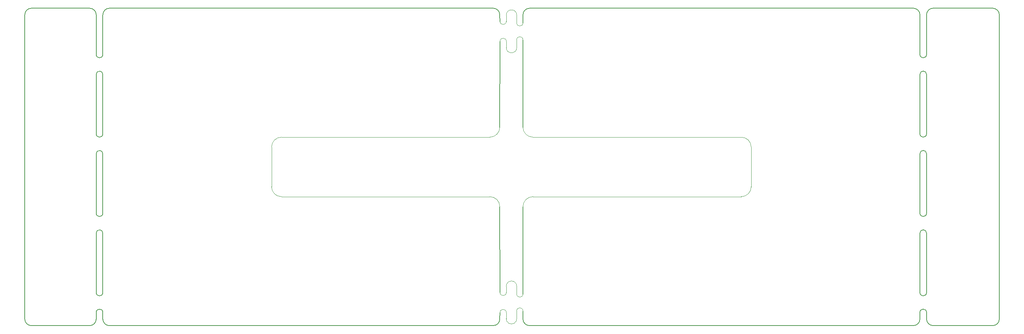
<source format=gbr>
%TF.GenerationSoftware,KiCad,Pcbnew,(7.0.0)*%
%TF.CreationDate,2024-02-09T22:05:54+01:00*%
%TF.ProjectId,graham cracker,67726168-616d-4206-9372-61636b65722e,rev?*%
%TF.SameCoordinates,Original*%
%TF.FileFunction,Profile,NP*%
%FSLAX46Y46*%
G04 Gerber Fmt 4.6, Leading zero omitted, Abs format (unit mm)*
G04 Created by KiCad (PCBNEW (7.0.0)) date 2024-02-09 22:05:54*
%MOMM*%
%LPD*%
G01*
G04 APERTURE LIST*
%TA.AperFunction,Profile*%
%ADD10C,0.200000*%
%TD*%
%TA.AperFunction,Profile*%
%ADD11C,0.100000*%
%TD*%
G04 APERTURE END LIST*
D10*
X238918700Y-25400000D02*
G75*
G03*
X237331250Y-23812500I-1587500J0D01*
G01*
X24141235Y-98424865D02*
G75*
G03*
X25728757Y-100012365I1587365J-135D01*
G01*
D11*
X196056250Y-69056300D02*
G75*
G03*
X198437500Y-66675000I-50J2381300D01*
G01*
D10*
X242093750Y-100012500D02*
X256381250Y-100012500D01*
X238918750Y-92075000D02*
X238918750Y-77787525D01*
X240506250Y-96837500D02*
G75*
G03*
X238918750Y-96837500I-793750J0D01*
G01*
X44450000Y-23812500D02*
G75*
G03*
X42862500Y-25400000I100J-1587600D01*
G01*
X143668750Y-71437500D02*
X143668750Y-92426250D01*
D11*
X198437450Y-57150000D02*
G75*
G03*
X196056250Y-54768750I-2381350J-100D01*
G01*
D10*
X242093750Y-23812550D02*
G75*
G03*
X240506250Y-25400000I50J-1587550D01*
G01*
X138168750Y-31768750D02*
X138112500Y-52387500D01*
D11*
X85725000Y-54768750D02*
G75*
G03*
X83343750Y-57150000I0J-2381250D01*
G01*
X83343750Y-66675000D02*
X83343750Y-57150000D01*
D10*
X145256250Y-23812450D02*
G75*
G03*
X143668750Y-25400000I150J-1587650D01*
G01*
X240506250Y-77787525D02*
X240506250Y-92075000D01*
X25728757Y-23812365D02*
X39687500Y-23812500D01*
X240506250Y-25400000D02*
X240506250Y-34925000D01*
X42862500Y-98425000D02*
X42862500Y-96837500D01*
X39687500Y-100012500D02*
G75*
G03*
X41275000Y-98425000I-100J1587600D01*
G01*
X41275000Y-53975000D02*
G75*
G03*
X42862500Y-53975000I793750J0D01*
G01*
X143668750Y-98425000D02*
X143668750Y-96486250D01*
X240506300Y-98425000D02*
G75*
G03*
X242093750Y-100012500I1587500J0D01*
G01*
X41275000Y-25400000D02*
X41275000Y-34925000D01*
X238918750Y-25400000D02*
X238918750Y-34925000D01*
X41275000Y-92075000D02*
G75*
G03*
X42862500Y-92075000I793750J0D01*
G01*
D11*
X138112450Y-71437500D02*
G75*
G03*
X135731250Y-69056250I-2381250J0D01*
G01*
D10*
X42862500Y-25400000D02*
X42862500Y-34925000D01*
X143668750Y-31398750D02*
X143668750Y-52387500D01*
D11*
X143668750Y-52387500D02*
G75*
G03*
X146050000Y-54768750I2381350J100D01*
G01*
D10*
X238918750Y-98425000D02*
X238918750Y-96837500D01*
X42862500Y-77787525D02*
X42862500Y-92075000D01*
X42862500Y-77787525D02*
G75*
G03*
X41275000Y-77787525I-793750J25D01*
G01*
X25728757Y-100012365D02*
X39687500Y-100012500D01*
X42862500Y-96837500D02*
G75*
G03*
X41275000Y-96837500I-793750J0D01*
G01*
X41275000Y-73025000D02*
X41275000Y-58737525D01*
X138112500Y-25400000D02*
G75*
G03*
X136525000Y-23812500I-1587600J-100D01*
G01*
X145256250Y-100012500D02*
X237331250Y-100012500D01*
X240506250Y-77787525D02*
G75*
G03*
X238918750Y-77787525I-793750J25D01*
G01*
X240506250Y-39687525D02*
X240506250Y-53975000D01*
X42862500Y-58737525D02*
G75*
G03*
X41275000Y-58737525I-793750J25D01*
G01*
D11*
X146050000Y-54768750D02*
X196056250Y-54768750D01*
D10*
X41275000Y-98425000D02*
X41275000Y-96837500D01*
X136525000Y-100012500D02*
G75*
G03*
X138112500Y-98425000I-100J1587600D01*
G01*
X145256250Y-23812500D02*
X237331250Y-23812500D01*
D11*
X198437500Y-57150000D02*
X198437500Y-66675000D01*
D10*
X257968750Y-25400000D02*
X257968750Y-98425000D01*
X138112500Y-98425000D02*
X138168750Y-96856250D01*
X143668750Y-27338750D02*
X143668750Y-25400000D01*
X256381250Y-100012550D02*
G75*
G03*
X257968750Y-98425000I50J1587450D01*
G01*
X44450000Y-23812500D02*
X136525000Y-23812500D01*
D11*
X83343750Y-66675000D02*
G75*
G03*
X85725000Y-69056250I2381450J200D01*
G01*
D10*
X237331250Y-100012450D02*
G75*
G03*
X238918750Y-98425000I-50J1587550D01*
G01*
X238918750Y-53975000D02*
G75*
G03*
X240506250Y-53975000I793750J0D01*
G01*
X242093750Y-23812500D02*
X256381250Y-23812500D01*
X240506250Y-58737525D02*
X240506250Y-73025000D01*
X41275000Y-92075000D02*
X41275000Y-77787525D01*
X138112500Y-71437500D02*
X138168750Y-92056250D01*
X41275000Y-34925000D02*
G75*
G03*
X42862500Y-34925000I793750J0D01*
G01*
D11*
X135731250Y-54768800D02*
G75*
G03*
X138112500Y-52387500I-50J2381300D01*
G01*
D10*
X41275000Y-53975000D02*
X41275000Y-39687525D01*
X240506250Y-39687525D02*
G75*
G03*
X238918750Y-39687525I-793750J25D01*
G01*
X240506250Y-98425000D02*
X240506250Y-96837500D01*
X44450000Y-100012500D02*
X136525000Y-100012500D01*
D11*
X146050000Y-69056250D02*
G75*
G03*
X143668750Y-71437500I0J-2381250D01*
G01*
D10*
X42862500Y-98425000D02*
G75*
G03*
X44450000Y-100012500I1587500J0D01*
G01*
D11*
X196056250Y-69056250D02*
X146050000Y-69056250D01*
D10*
X238918750Y-53975000D02*
X238918750Y-39687525D01*
X238918750Y-34925000D02*
G75*
G03*
X240506250Y-34925000I793750J0D01*
G01*
X41275000Y-25400000D02*
G75*
G03*
X39687500Y-23812500I-1587500J0D01*
G01*
X143668800Y-98425000D02*
G75*
G03*
X145256250Y-100012500I1587500J0D01*
G01*
X24141257Y-25399865D02*
X24141257Y-98424865D01*
X240506250Y-58737525D02*
G75*
G03*
X238918750Y-58737525I-793750J25D01*
G01*
X238918750Y-73025000D02*
G75*
G03*
X240506250Y-73025000I793750J0D01*
G01*
X42862500Y-39687525D02*
G75*
G03*
X41275000Y-39687525I-793750J25D01*
G01*
D11*
X135731250Y-69056250D02*
X85725000Y-69056250D01*
D10*
X41275000Y-73025000D02*
G75*
G03*
X42862500Y-73025000I793750J0D01*
G01*
X257968700Y-25400000D02*
G75*
G03*
X256381250Y-23812500I-1587500J0D01*
G01*
X42862500Y-58737525D02*
X42862500Y-73025000D01*
X238918750Y-92075000D02*
G75*
G03*
X240506250Y-92075000I793750J0D01*
G01*
X138168750Y-26968750D02*
X138112500Y-25400000D01*
D11*
X85725000Y-54768750D02*
X135731250Y-54768750D01*
D10*
X42862500Y-39687525D02*
X42862500Y-53975000D01*
X25728757Y-23812367D02*
G75*
G03*
X24141257Y-25399865I83J-1587583D01*
G01*
X238918750Y-73025000D02*
X238918750Y-58737525D01*
D11*
%TO.C,MB5*%
X139668750Y-90556250D02*
X139668750Y-92056250D01*
X139668750Y-96856250D02*
X139668750Y-98356250D01*
X142168750Y-92426250D02*
X142168750Y-90556250D01*
X142168750Y-98356250D02*
X142168750Y-96486250D01*
X139668750Y-96856250D02*
G75*
G03*
X138168750Y-96856250I-750000J0D01*
G01*
X142168750Y-90556250D02*
G75*
G03*
X139668750Y-90556250I-1250000J0D01*
G01*
X138168750Y-92056250D02*
G75*
G03*
X139668750Y-92056250I750000J0D01*
G01*
X143668750Y-96486250D02*
G75*
G03*
X142168750Y-96486250I-750000J0D01*
G01*
X139668750Y-98356250D02*
G75*
G03*
X142168750Y-98356250I1250000J0D01*
G01*
X142168750Y-92426250D02*
G75*
G03*
X143668750Y-92426250I750000J0D01*
G01*
X139668750Y-25468750D02*
X139668750Y-26968750D01*
X139668750Y-31768750D02*
X139668750Y-33268750D01*
X142168750Y-27338750D02*
X142168750Y-25468750D01*
X142168750Y-33268750D02*
X142168750Y-31398750D01*
X139668750Y-31768750D02*
G75*
G03*
X138168750Y-31768750I-750000J0D01*
G01*
X142168750Y-25468750D02*
G75*
G03*
X139668750Y-25468750I-1250000J0D01*
G01*
X138168750Y-26968750D02*
G75*
G03*
X139668750Y-26968750I750000J0D01*
G01*
X143668750Y-31398750D02*
G75*
G03*
X142168750Y-31398750I-750000J0D01*
G01*
X139668750Y-33268750D02*
G75*
G03*
X142168750Y-33268750I1250000J0D01*
G01*
X142168750Y-27338750D02*
G75*
G03*
X143668750Y-27338750I750000J0D01*
G01*
%TD*%
M02*

</source>
